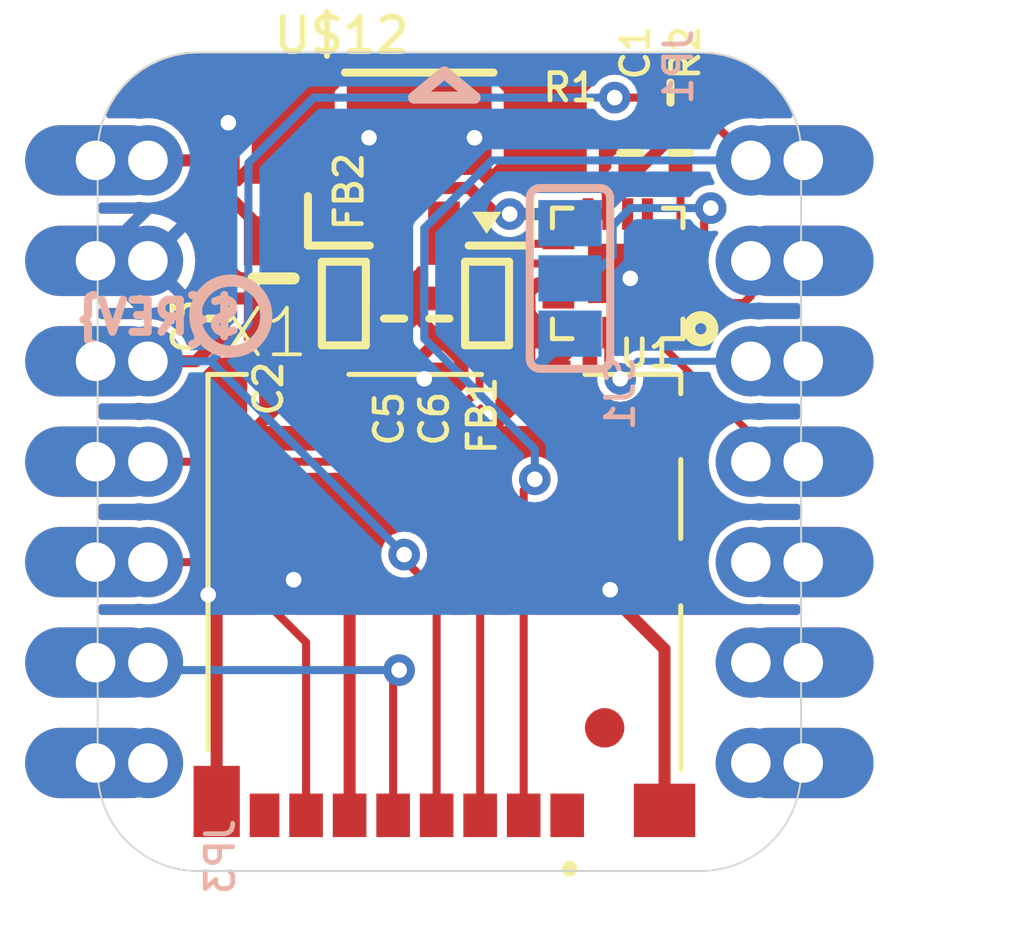
<source format=kicad_pcb>
(kicad_pcb (version 20221018) (generator pcbnew)
  (layers (0 "F.Cu" signal) (1 "In1.Cu" signal) (2 "In2.Cu" signal) (3 "In3.Cu" signal) (4 "In4.Cu" signal) (5 "In5.Cu" signal) (6 "In6.Cu" signal) (7 "In7.Cu" signal) (8 "In8.Cu" signal) (9 "In9.Cu" signal) (10 "In10.Cu" signal) (11 "In11.Cu" signal) (12 "In12.Cu" signal) (13 "In13.Cu" signal) (14 "In14.Cu" signal) (31 "B.Cu" signal) (34 "B.Paste" user) (35 "F.Paste" user) (36 "B.SilkS" user "B.Silkscreen") (37 "F.SilkS" user "F.Silkscreen") (38 "B.Mask" user) (39 "F.Mask" user) (44 "Edge.Cuts" user))
  (net 0 "")
  (net 1 "GND")
  (net 2 "+5V")
  (net 3 "SDA")
  (net 4 "SCL")
  (net 5 "TX")
  (net 6 "MOSI")
  (net 7 "SCK")
  (net 8 "RX")
  (net 9 "MISO")
  (net 10 "3.3V")
  (net 11 "SD_CS")
  (net 12 "SD_MODE")
  (net 13 "N$5")
  (net 14 "N$6")
  (net 15 "VO-")
  (net 16 "VO+")
  (net 17 "BCLK")
  (net 18 "LRCLK")
  (net 19 "DIN")
  (net 20 "GAIN")
  (footprint "working:PLABEL8" (layer "F.Cu") (at 142.5321 99.8601 90)
    (fp_text reference "PLABEL8" hide)
    (fp_text value "" hide)
  )
  (footprint "working:_0402NO" (layer "F.Cu") (at 154.3431 97.1931 90)
    (fp_text reference "R2" (at 1.778 0.127 90) (layer "F.SilkS") (effects (font (size 0.692831 0.692831) (thickness 0.119969)) (justify left)))
    (fp_text value "1M")
    (fp_line (start 0 -0.254) (end 0 0.254) (stroke (width 0.2032)) (layer "F.SilkS"))
    (pad "1" smd rect (at -0.508 0 90) (size 0.6 0.6) (layers "F.Cu" "F.Paste" "F.Mask") (net 12 "SD_MODE"))
    (pad "2" smd rect (at 0.508 0 90) (size 0.6 0.6) (layers "F.Cu" "F.Paste" "F.Mask") (net 2 "+5V"))
  )
  (footprint "working:PLABEL7" (layer "F.Cu") (at 142.5321 97.4471 90)
    (fp_text reference "PLABEL7" hide)
    (fp_text value "" hide)
  )
  (footprint "working:PLABEL10" (layer "F.Cu") (at 155.5496 114.2746)
    (fp_text reference "PLABEL10" hide)
    (fp_text value "" hide)
  )
  (footprint "working:_0402NO" (layer "F.Cu") (at 153.0731 97.1931 90)
    (fp_text reference "C1" (at 1.778 0.127 90) (layer "F.SilkS") (effects (font (size 0.692831 0.692831) (thickness 0.119969)) (justify left)))
    (fp_text value "0.1uF")
    (fp_line (start 0 -0.254) (end 0 0.254) (stroke (width 0.2032)) (layer "F.SilkS"))
    (pad "1" smd rect (at -0.508 0 90) (size 0.6 0.6) (layers "F.Cu" "F.Paste" "F.Mask") (net 2 "+5V"))
    (pad "2" smd rect (at 0.508 0 90) (size 0.6 0.6) (layers "F.Cu" "F.Paste" "F.Mask") (net 1 "GND"))
  )
  (footprint "working:_0402NO" (layer "F.Cu") (at 142.6591 101.3841 90)
    (fp_text reference "C3" (at -0.9525 -0.7939 90) (layer "F.SilkS") (effects (font (size 0.692831 0.692831) (thickness 0.119969)) (justify left)))
    (fp_text value "1uF")
    (fp_line (start 0 -0.254) (end 0 0.254) (stroke (width 0.2032)) (layer "F.SilkS"))
    (pad "1" smd rect (at -0.508 0 90) (size 0.6 0.6) (layers "F.Cu" "F.Paste" "F.Mask") (net 10 "3.3V"))
    (pad "2" smd rect (at 0.508 0 90) (size 0.6 0.6) (layers "F.Cu" "F.Paste" "F.Mask") (net 1 "GND"))
  )
  (footprint "working:QFN16_3MM" (layer "F.Cu") (at 152.7556 100.2411 180)
    (fp_text reference "U1" (at -1.524 -2.032) (layer "F.SilkS") (effects (font (size 0.692831 0.692831) (thickness 0.119969)) (justify right)))
    (fp_text value "MAX98357A")
    (fp_line (start -1.65 -1.65) (end -1.65 -1.155) (stroke (width 0.127)) (layer "F.SilkS"))
    (fp_line (start -1.65 1.155) (end -1.65 1.65) (stroke (width 0.127)) (layer "F.SilkS"))
    (fp_line (start -1.65 1.65) (end -1.155 1.65) (stroke (width 0.127)) (layer "F.SilkS"))
    (fp_line (start -1.155 -1.65) (end -1.65 -1.65) (stroke (width 0.127)) (layer "F.SilkS"))
    (fp_line (start 1.155 -1.65) (end 1.65 -1.65) (stroke (width 0.127)) (layer "F.SilkS"))
    (fp_line (start 1.65 -1.65) (end 1.65 -1.155) (stroke (width 0.127)) (layer "F.SilkS"))
    (fp_line (start 1.65 1.155) (end 1.65 1.65) (stroke (width 0.127)) (layer "F.SilkS"))
    (fp_line (start 1.65 1.65) (end 1.155 1.65) (stroke (width 0.127)) (layer "F.SilkS"))
    (fp_circle (center -2.1 -1.4) (end -1.958582 -1.4) (stroke (width 0.3048)) (fill none) (layer "F.SilkS"))
    (pad "1" smd rect (at -1.5 -0.75 180) (size 0.8 0.28) (layers "F.Cu" "F.Paste") (net 19 "DIN"))
    (pad "2" smd rect (at -1.5 -0.25 180) (size 0.8 0.28) (layers "F.Cu" "F.Paste") (net 20 "GAIN"))
    (pad "3" smd rect (at -1.5 0.25 180) (size 0.8 0.28) (layers "F.Cu" "F.Paste") (net 1 "GND"))
    (pad "4" smd rect (at -1.5 0.75 180) (size 0.8 0.28) (layers "F.Cu" "F.Paste") (net 12 "SD_MODE"))
    (pad "5" smd rect (at -0.75 1.5 270) (size 0.8 0.28) (layers "F.Cu" "F.Paste"))
    (pad "6" smd rect (at -0.25 1.5 270) (size 0.8 0.28) (layers "F.Cu" "F.Paste"))
    (pad "7" smd rect (at 0.25 1.5 270) (size 0.8 0.28) (layers "F.Cu" "F.Paste") (net 2 "+5V"))
    (pad "8" smd rect (at 0.75 1.5 270) (size 0.8 0.28) (layers "F.Cu" "F.Paste") (net 2 "+5V"))
    (pad "9" smd rect (at 1.5 0.75) (size 0.8 0.28) (layers "F.Cu" "F.Paste") (net 14 "N$6"))
    (pad "10" smd rect (at 1.5 0.25) (size 0.8 0.28) (layers "F.Cu" "F.Paste") (net 13 "N$5"))
    (pad "11" smd rect (at 1.5 -0.25) (size 0.8 0.28) (layers "F.Cu" "F.Paste") (net 1 "GND"))
    (pad "12" smd rect (at 1.5 -0.75) (size 0.8 0.28) (layers "F.Cu" "F.Paste"))
    (pad "13" smd rect (at 0.75 -1.5 90) (size 0.8 0.28) (layers "F.Cu" "F.Paste"))
    (pad "14" smd rect (at 0.25 -1.5 90) (size 0.8 0.28) (layers "F.Cu" "F.Paste") (net 18 "LRCLK"))
    (pad "15" smd rect (at -0.25 -1.5 90) (size 0.8 0.28) (layers "F.Cu" "F.Paste") (net 1 "GND"))
    (pad "16" smd rect (at -0.75 -1.5 90) (size 0.8 0.28) (layers "F.Cu" "F.Paste") (net 17 "BCLK"))
    (pad "THERMAL" smd rect (at 0 0 180) (size 1.5 1.5) (layers "F.Cu" "F.Mask") (net 1 "GND"))
  )
  (footprint "working:_0402NO" (layer "F.Cu") (at 147.1041 101.3841 -90)
    (fp_text reference "C5" (at 1.778 0.127 90) (layer "F.SilkS") (effects (font (size 0.692831 0.692831) (thickness 0.119969)) (justify right)))
    (fp_text value "220pF")
    (fp_line (start 0 -0.254) (end 0 0.254) (stroke (width 0.2032)) (layer "F.SilkS"))
    (pad "1" smd rect (at -0.508 0 270) (size 0.6 0.6) (layers "F.Cu" "F.Paste" "F.Mask") (net 15 "VO-"))
    (pad "2" smd rect (at 0.508 0 270) (size 0.6 0.6) (layers "F.Cu" "F.Paste" "F.Mask") (net 1 "GND"))
  )
  (footprint "working:MOLEX_104031-0811" (layer "F.Cu") (at 148.3741 108.4961)
    (fp_text reference "X1" (at -5.7268 -6.749418) (layer "F.SilkS") (effects (font (size 1.178965 1.178965) (thickness 0.093666)) (justify left)))
    (fp_text value "MicroSD")
    (fp_line (start -5.975 -5.7) (end -5.975 3.806) (stroke (width 0.127)) (layer "F.SilkS"))
    (fp_line (start -5.003 -5.7) (end -5.975 -5.7) (stroke (width 0.127)) (layer "F.SilkS"))
    (fp_line (start 0.939 -5.7) (end -2.413 -5.7) (stroke (width 0.127)) (layer "F.SilkS"))
    (fp_line (start 3.556 -5.7) (end 5.975 -5.7) (stroke (width 0.127)) (layer "F.SilkS"))
    (fp_line (start 5.975 -5.7) (end 5.975 -5.211) (stroke (width 0.127)) (layer "F.SilkS"))
    (fp_line (start 5.975 -3.55) (end 5.975 -1.55) (stroke (width 0.127)) (layer "F.SilkS"))
    (fp_line (start 5.975 0.15) (end 5.975 4.3) (stroke (width 0.127)) (layer "F.SilkS"))
    (fp_circle (center 3.168 6.801) (end 3.268 6.801) (stroke (width 0.2)) (fill none) (layer "F.SilkS"))
    (pad "1" smd rect (at 3.105 5.45) (size 0.85 1.1) (layers "F.Cu" "F.Paste" "F.Mask"))
    (pad "2" smd rect (at 2.005 5.45) (size 0.85 1.1) (layers "F.Cu" "F.Paste" "F.Mask") (net 11 "SD_CS"))
    (pad "3" smd rect (at 0.905 5.45) (size 0.85 1.1) (layers "F.Cu" "F.Paste" "F.Mask") (net 6 "MOSI"))
    (pad "4" smd rect (at -0.195 5.45) (size 0.85 1.1) (layers "F.Cu" "F.Paste" "F.Mask") (net 10 "3.3V"))
    (pad "5" smd rect (at -1.295 5.45) (size 0.85 1.1) (layers "F.Cu" "F.Paste" "F.Mask") (net 7 "SCK"))
    (pad "6" smd rect (at -2.395 5.45) (size 0.85 1.1) (layers "F.Cu" "F.Paste" "F.Mask") (net 1 "GND"))
    (pad "7" smd rect (at -3.495 5.45) (size 0.85 1.1) (layers "F.Cu" "F.Paste" "F.Mask") (net 9 "MISO"))
    (pad "8" smd rect (at -4.545 5.45) (size 0.75 1.1) (layers "F.Cu" "F.Paste" "F.Mask"))
    (pad "9" smd rect (at 5.74 -0.7) (size 1.2 1) (layers "F.Cu" "F.Paste" "F.Mask"))
    (pad "10" smd rect (at 5.74 -4.4) (size 1.2 1) (layers "F.Cu" "F.Paste" "F.Mask") (net 1 "GND"))
    (pad "G1" smd rect (at 5.565 5.325) (size 1.55 1.35) (layers "F.Cu" "F.Paste" "F.Mask") (net 1 "GND"))
    (pad "G2" smd rect (at -5.755 5.1) (size 1.17 1.8) (layers "F.Cu" "F.Paste" "F.Mask") (net 1 "GND"))
    (pad "G3" smd rect (at -3.73 -5.375) (size 1.9 1.35) (layers "F.Cu" "F.Paste" "F.Mask") (net 1 "GND"))
    (pad "G4" smd rect (at 2.24 -5.375) (size 1.9 1.35) (layers "F.Cu" "F.Paste" "F.Mask") (net 1 "GND"))
  )
  (footprint "working:_0402NO" (layer "F.Cu") (at 154.0891 95.6691 180)
    (fp_text reference "R1" (at 1.778 0.127) (layer "F.SilkS") (effects (font (size 0.692831 0.692831) (thickness 0.119969)) (justify right)))
    (fp_text value "10K")
    (fp_line (start 0 -0.254) (end 0 0.254) (stroke (width 0.2032)) (layer "F.SilkS"))
    (pad "1" smd rect (at -0.508 0 180) (size 0.6 0.6) (layers "F.Cu" "F.Paste" "F.Mask") (net 11 "SD_CS"))
    (pad "2" smd rect (at 0.508 0 180) (size 0.6 0.6) (layers "F.Cu" "F.Paste" "F.Mask") (net 10 "3.3V"))
  )
  (footprint "working:53398-0271" (layer "F.Cu") (at 147.7391 97.9551)
    (fp_text reference "U$12" (at -3.75 -3.73) (layer "F.SilkS") (effects (font (size 0.866038 0.866038) (thickness 0.149962)) (justify left)))
    (fp_text value "CON_MOLEX_2P")
    (fp_line (start -2.8125 0.3325) (end -2.8125 1.5826) (stroke (width 0.2032)) (layer "F.SilkS"))
    (fp_line (start -2.8125 1.5826) (end -1.25 1.5826) (stroke (width 0.2032)) (layer "F.SilkS"))
    (fp_line (start -1.875 -2.7925) (end 1.875 -2.7925) (stroke (width 0.2032)) (layer "F.SilkS"))
    (fp_line (start 1.25 1.5826) (end 2.8125 1.5826) (stroke (width 0.2032)) (layer "F.SilkS"))
    (fp_line (start 2.8125 1.5826) (end 2.8125 0.3325) (stroke (width 0.2032)) (layer "F.SilkS"))
    (fp_poly (pts (xy 1.705 1.287476) (xy 1.332349 0.7285) (xy 2.077651 0.7285)) (fill solid) (layer "F.SilkS"))
    (pad "1" smd rect (at 0.625 1.27 180) (size 0.8 1.6) (layers "F.Cu" "F.Paste" "F.Mask") (net 16 "VO+"))
    (pad "2" smd rect (at -0.625 1.27 180) (size 0.8 1.6) (layers "F.Cu" "F.Paste" "F.Mask") (net 15 "VO-"))
    (pad "M1" smd rect (at 3.185 -1.48 270) (size 3 2.1) (layers "F.Cu" "F.Paste" "F.Mask") (net 1 "GND"))
    (pad "M2" smd rect (at -3.185 -1.48 270) (size 3 2.1) (layers "F.Cu" "F.Paste" "F.Mask") (net 1 "GND"))
  )
  (footprint "working:FIDUCIAL_1MM" (layer "F.Cu") (at 152.4254 111.7346 180)
    (fp_text reference "U$6" hide)
    (fp_text value "FIDUCIAL_1MM" hide)
    (pad "1" smd roundrect (at 0 0 180) (size 1 1) (layers "F.Cu" "F.Mask") (roundrect_rratio 0.5))
  )
  (footprint "working:_0402" (layer "F.Cu") (at 149.4536 101.0031 -90)
    (fp_text reference "FB1" (at 1.778 0.127 90) (layer "F.SilkS") (effects (font (size 0.692831 0.692831) (thickness 0.119969)) (justify right)))
    (fp_text value "Ferrite")
    (fp_line (start -1.0573 -0.5557) (end 1.0573 -0.5557) (stroke (width 0.2032)) (layer "F.SilkS"))
    (fp_line (start -1.0573 0.5557) (end -1.0573 -0.5557) (stroke (width 0.2032)) (layer "F.SilkS"))
    (fp_line (start 1.0573 -0.5557) (end 1.0573 0.5556) (stroke (width 0.2032)) (layer "F.SilkS"))
    (fp_line (start 1.0573 0.5556) (end -1.0573 0.5557) (stroke (width 0.2032)) (layer "F.SilkS"))
    (pad "1" smd rect (at -0.508 0 270) (size 0.6 0.6) (layers "F.Cu" "F.Paste" "F.Mask") (net 14 "N$6"))
    (pad "2" smd rect (at 0.508 0 270) (size 0.6 0.6) (layers "F.Cu" "F.Paste" "F.Mask") (net 16 "VO+"))
  )
  (footprint "working:_0402" (layer "F.Cu") (at 145.8341 101.0031 90)
    (fp_text reference "FB2" (at 1.778 0.127 90) (layer "F.SilkS") (effects (font (size 0.692831 0.692831) (thickness 0.119969)) (justify left)))
    (fp_text value "Ferrite")
    (fp_line (start -1.0573 -0.5557) (end 1.0573 -0.5557) (stroke (width 0.2032)) (layer "F.SilkS"))
    (fp_line (start -1.0573 0.5557) (end -1.0573 -0.5557) (stroke (width 0.2032)) (layer "F.SilkS"))
    (fp_line (start 1.0573 -0.5557) (end 1.0573 0.5556) (stroke (width 0.2032)) (layer "F.SilkS"))
    (fp_line (start 1.0573 0.5556) (end -1.0573 0.5557) (stroke (width 0.2032)) (layer "F.SilkS"))
    (pad "1" smd rect (at -0.508 0 90) (size 0.6 0.6) (layers "F.Cu" "F.Paste" "F.Mask") (net 13 "N$5"))
    (pad "2" smd rect (at 0.508 0 90) (size 0.6 0.6) (layers "F.Cu" "F.Paste" "F.Mask") (net 15 "VO-"))
  )
  (footprint "working:0805-NO" (layer "F.Cu") (at 144.0561 100.3681 -90)
    (fp_text reference "C2" (at 2.032 0.127 90) (layer "F.SilkS") (effects (font (size 0.692831 0.692831) (thickness 0.119969)) (justify right)))
    (fp_text value "10uF")
    (fp_line (start 0 -0.508) (end 0 0.508) (stroke (width 0.3048)) (layer "F.SilkS"))
    (pad "1" smd rect (at -0.95 0 270) (size 1.24 1.5) (layers "F.Cu" "F.Paste" "F.Mask") (net 2 "+5V"))
    (pad "2" smd rect (at 0.95 0 270) (size 1.24 1.5) (layers "F.Cu" "F.Paste" "F.Mask") (net 1 "GND"))
  )
  (footprint "working:PLABEL9" (layer "F.Cu") (at 141.2621 114.2111)
    (fp_text reference "PLABEL9" hide)
    (fp_text value "" hide)
  )
  (footprint "working:_0402NO" (layer "F.Cu") (at 148.2471 101.3841 -90)
    (fp_text reference "C6" (at 1.778 0.127 90) (layer "F.SilkS") (effects (font (size 0.692831 0.692831) (thickness 0.119969)) (justify right)))
    (fp_text value "220pF")
    (fp_line (start 0 -0.254) (end 0 0.254) (stroke (width 0.2032)) (layer "F.SilkS"))
    (pad "1" smd rect (at -0.508 0 270) (size 0.6 0.6) (layers "F.Cu" "F.Paste" "F.Mask") (net 16 "VO+"))
    (pad "2" smd rect (at 0.508 0 270) (size 0.6 0.6) (layers "F.Cu" "F.Paste" "F.Mask") (net 1 "GND"))
  )
  (footprint "working:PLABEL11" (layer "F.Cu") (at 155.8036 95.8596)
    (fp_text reference "PLABEL11" hide)
    (fp_text value "" hide)
  )
  (footprint "working:FIDUCIAL_1MM" (layer "F.Cu") (at 141.5796 95.6056 180)
    (fp_text reference "U$8" hide)
    (fp_text value "FIDUCIAL_1MM" hide)
    (pad "1" smd roundrect (at 0 0 180) (size 1 1) (layers "F.Cu" "F.Mask") (roundrect_rratio 0.5))
  )
  (footprint "working:PLABEL14" (layer "B.Cu") (at 153.5811 98.7171 180)
    (fp_text reference "PLABEL14" hide)
    (fp_text value "" hide)
  )
  (footprint "working:PLABEL15" (layer "B.Cu") (at 153.5811 101.8921 180)
    (fp_text reference "PLABEL15" hide)
    (fp_text value "" hide)
  )
  (footprint "working:PLABEL17" (layer "B.Cu") (at 149.7711 100.4316 90)
    (fp_text reference "PLABEL17" hide)
    (fp_text value "" hide)
  )
  (footprint "working:PLABEL12" (layer "B.Cu") (at 148.8821 107.6071 180)
    (fp_text reference "PLABEL12" hide)
    (fp_text value "" hide)
  )
  (footprint "working:PCBFEAT-REV-040" (layer "B.Cu") (at 142.9766 101.3206 180)
    (fp_text reference "U$3" hide)
    (fp_text value "" hide)
    (fp_text user "${REV}" (at -0.3556 -0.508) (layer "B.SilkS") (effects (font (size 0.8128 0.8128) (thickness 0.2032)) (justify left bottom mirror)))
    (fp_circle (center 0 0) (end 0.898 0) (stroke (width 0.3048)) (fill none) (layer "B.SilkS"))
  )
  (footprint "working:1X07_CASTEL" (layer "B.Cu") (at 140.8811 105.0036 90)
    (fp_text reference "JP3" (at -8.9662 1.8288 90) (layer "B.SilkS") (effects (font (size 0.692831 0.692831) (thickness 0.119969)) (justify left mirror)))
    (fp_text value "")
    (pad "1" thru_hole circle (at -7.62 0) (size 1.778 1.778) (drill 1) (layers "*.Cu" "*.Mask") (net 8 "RX"))
    (pad "1C" thru_hole oval (at -7.62 -1.323975) (size 3.556 1.778) (drill 1) (layers "*.Cu" "*.Mask") (net 8 "RX"))
    (pad "2" thru_hole circle (at -5.08 0) (size 1.778 1.778) (drill 1) (layers "*.Cu" "*.Mask") (net 7 "SCK"))
    (pad "2C" thru_hole oval (at -5.08 -1.323975) (size 3.556 1.778) (drill 1) (layers "*.Cu" "*.Mask") (net 7 "SCK"))
    (pad "3" thru_hole circle (at -2.54 0) (size 1.778 1.778) (drill 1) (layers "*.Cu" "*.Mask") (net 9 "MISO"))
    (pad "3C" thru_hole oval (at -2.54 -1.323975) (size 3.556 1.778) (drill 1) (layers "*.Cu" "*.Mask") (net 9 "MISO"))
    (pad "4" thru_hole circle (at 0 0) (size 1.778 1.778) (drill 1) (layers "*.Cu" "*.Mask") (net 6 "MOSI"))
    (pad "4C" thru_hole oval (at 0 -1.323975) (size 3.556 1.778) (drill 1) (layers "*.Cu" "*.Mask") (net 6 "MOSI"))
    (pad "5" thru_hole circle (at 2.54 0) (size 1.778 1.778) (drill 1) (layers "*.Cu" "*.Mask") (net 10 "3.3V"))
    (pad "5C" thru_hole oval (at 2.54 -1.323975) (size 3.556 1.778) (drill 1) (layers "*.Cu" "*.Mask") (net 10 "3.3V"))
    (pad "6" thru_hole circle (at 5.08 0) (size 1.778 1.778) (drill 1) (layers "*.Cu" "*.Mask") (net 1 "GND"))
    (pad "6C" thru_hole oval (at 5.08 -1.323975) (size 3.556 1.778) (drill 1) (layers "*.Cu" "*.Mask") (net 1 "GND"))
    (pad "7" thru_hole circle (at 7.62 0) (size 1.778 1.778) (drill 1) (layers "*.Cu" "*.Mask") (net 2 "+5V"))
    (pad "7C" thru_hole oval (at 7.62 -1.323975) (size 3.556 1.778) (drill 1) (layers "*.Cu" "*.Mask") (net 2 "+5V"))
  )
  (footprint "working:PLABEL6" (layer "B.Cu") (at 148.3741 97.1931 180)
    (fp_text reference "PLABEL6" hide)
    (fp_text value "" hide)
  )
  (footprint "working:PLABEL13" (layer "B.Cu") (at 148.5011 113.7666 180)
    (fp_text reference "PLABEL13" hide)
    (fp_text value "" hide)
  )
  (footprint "working:PLABEL16" (layer "B.Cu") (at 153.5811 100.3681 180)
    (fp_text reference "PLABEL16" hide)
    (fp_text value "" hide)
  )
  (footprint "working:1X07_CASTEL" (layer "B.Cu") (at 156.1211 105.0036 -90)
    (fp_text reference "JP1" (at -8.9662 1.8288 -270) (layer "B.SilkS") (effects (font (size 0.692831 0.692831) (thickness 0.119969)) (justify right mirror)))
    (fp_text value "")
    (pad "1" thru_hole circle (at -7.62 0 180) (size 1.778 1.778) (drill 1) (layers "*.Cu" "*.Mask") (net 11 "SD_CS"))
    (pad "1C" thru_hole oval (at -7.62 -1.323975 180) (size 3.556 1.778) (drill 1) (layers "*.Cu" "*.Mask") (net 11 "SD_CS"))
    (pad "2" thru_hole circle (at -5.08 0 180) (size 1.778 1.778) (drill 1) (layers "*.Cu" "*.Mask") (net 19 "DIN"))
    (pad "2C" thru_hole oval (at -5.08 -1.323975 180) (size 3.556 1.778) (drill 1) (layers "*.Cu" "*.Mask") (net 19 "DIN"))
    (pad "3" thru_hole circle (at -2.54 0 180) (size 1.778 1.778) (drill 1) (layers "*.Cu" "*.Mask") (net 18 "LRCLK"))
    (pad "3C" thru_hole oval (at -2.54 -1.323975 180) (size 3.556 1.778) (drill 1) (layers "*.Cu" "*.Mask") (net 18 "LRCLK"))
    (pad "4" thru_hole circle (at 0 0 180) (size 1.778 1.778) (drill 1) (layers "*.Cu" "*.Mask") (net 17 "BCLK"))
    (pad "4C" thru_hole oval (at 0 -1.323975 180) (size 3.556 1.778) (drill 1) (layers "*.Cu" "*.Mask") (net 17 "BCLK"))
    (pad "5" thru_hole circle (at 2.54 0 180) (size 1.778 1.778) (drill 1) (layers "*.Cu" "*.Mask") (net 3 "SDA"))
    (pad "5C" thru_hole oval (at 2.54 -1.323975 180) (size 3.556 1.778) (drill 1) (layers "*.Cu" "*.Mask") (net 3 "SDA"))
    (pad "6" thru_hole circle (at 5.08 0 180) (size 1.778 1.778) (drill 1) (layers "*.Cu" "*.Mask") (net 4 "SCL"))
    (pad "6C" thru_hole oval (at 5.08 -1.323975 180) (size 3.556 1.778) (drill 1) (layers "*.Cu" "*.Mask") (net 4 "SCL"))
    (pad "7" thru_hole circle (at 7.62 0 180) (size 1.778 1.778) (drill 1) (layers "*.Cu" "*.Mask") (net 5 "TX"))
    (pad "7C" thru_hole oval (at 7.62 -1.323975 180) (size 3.556 1.778) (drill 1) (layers "*.Cu" "*.Mask") (net 5 "TX"))
  )
  (footprint "working:SOLDERJUMPER_2WAY_OPEN_NOPASTE" (layer "B.Cu") (at 151.5491 100.3681 90)
    (fp_text reference "SJ1" (at -1.905 1.27 90) (layer "B.SilkS") (effects (font (size 0.692831 0.692831) (thickness 0.119969)) (justify left mirror)))
    (fp_text value "")
    (fp_line (start -2.286 -0.762) (end -2.286 0.762) (stroke (width 0.2032)) (layer "B.SilkS"))
    (fp_line (start -2.032 1.016) (end 2.032 1.016) (stroke (width 0.2032)) (layer "B.SilkS"))
    (fp_line (start 2.032 -1.016) (end -2.032 -1.016) (stroke (width 0.2032)) (layer "B.SilkS"))
    (fp_line (start 2.286 -0.762) (end 2.286 0.762) (stroke (width 0.2032)) (layer "B.SilkS"))
    (fp_arc (start -2.286 -0.762) (mid -2.211605 -0.941605) (end -2.032 -1.016) (stroke (width 0.2032)) (layer "B.SilkS"))
    (fp_arc (start -2.032 1.016) (mid -2.211605 0.941605) (end -2.286 0.762) (stroke (width 0.2032)) (layer "B.SilkS"))
    (fp_arc (start 2.032 -1.016) (mid 2.211605 -0.941605) (end 2.286 -0.762) (stroke (width 0.2032)) (layer "B.SilkS"))
    (fp_arc (start 2.286 0.762) (mid 2.211605 0.941605) (end 2.032 1.016) (stroke (width 0.2032)) (layer "B.SilkS"))
    (pad "1" smd rect (at -1.397 0 90) (size 1.1684 1.6002) (layers "B.Cu") (net 1 "GND"))
    (pad "2" smd rect (at 0 0 90) (size 1.1684 1.6002) (layers "B.Cu") (net 20 "GAIN"))
    (pad "3" smd rect (at 1.397 0 90) (size 1.1684 1.6002) (layers "B.Cu") (net 2 "+5V"))
  )
  (gr_line (start 147.6121 95.7961) (end 148.3741 95.1611) (stroke (width 0.3048)) (layer "B.SilkS"))
  (gr_line (start 149.1361 95.7961) (end 147.6121 95.7961) (stroke (width 0.3048)) (layer "B.SilkS"))
  (gr_line (start 148.3741 95.1611) (end 149.1361 95.7961) (stroke (width 0.3048)) (layer "B.SilkS"))
  (gr_line (start 142.1511 94.6531) (end 154.8511 94.6531) (stroke (width 0.05)) (layer "Edge.Cuts"))
  (gr_arc (start 139.6111 97.1931) (mid 140.355049 95.397049) (end 142.1511 94.6531) (stroke (width 0.05)) (layer "Edge.Cuts"))
  (gr_line (start 139.6111 112.8141) (end 139.6111 97.1931) (stroke (width 0.05)) (layer "Edge.Cuts"))
  (gr_arc (start 157.3911 112.8141) (mid 156.647151 114.610151) (end 154.8511 115.3541) (stroke (width 0.05)) (layer "Edge.Cuts"))
  (gr_line (start 154.8511 115.3541) (end 142.1511 115.3541) (stroke (width 0.05)) (layer "Edge.Cuts"))
  (gr_line (start 157.3911 97.1931) (end 157.3911 112.8141) (stroke (width 0.05)) (layer "Edge.Cuts"))
  (gr_arc (start 154.8511 94.6531) (mid 156.647151 95.397049) (end 157.3911 97.1931) (stroke (width 0.05)) (layer "Edge.Cuts"))
  (gr_arc (start 142.1511 115.3541) (mid 140.355049 114.610151) (end 139.6111 112.8141) (stroke (width 0.05)) (layer "Edge.Cuts"))
  (segment (start 153.3231 100.3641) (end 153.1366 100.1776) (width 0.3048) (layer "F.Cu") (net 1))
  (segment (start 153.0056 101.7411) (end 153.0096 101.7371) (width 0.3048) (layer "F.Cu") (net 1))
  (segment (start 142.5321 107.9754) (end 142.4051 107.9754) (width 0.3048) (layer "F.Cu") (net 1))
  (segment (start 144.1831 102.6601) (end 144.6441 103.1211) (width 0.3048) (layer "F.Cu") (net 1))
  (segment (start 153.1366 100.1776) (end 153.0096 100.0506) (width 0.3048) (layer "F.Cu") (net 1))
  (segment (start 144.0561 101.3181) (end 144.1831 101.4451) (width 0.3048) (layer "F.Cu") (net 1))
  (segment (start 142.84595 108.28925) (end 142.6191 108.5161) (width 0.3048) (layer "F.Cu") (net 1))
  (segment (start 145.9791 108.7681) (end 144.4371 107.2261) (width 0.3048) (layer "F.Cu") (net 1))
  (segment (start 151.2556 100.4911) (end 150.748625 100.4911) (width 0.3048) (layer "F.Cu") (net 1))
  (segment (start 152.5056 100.4911) (end 152.7556 100.2411) (width 0.3048) (layer "F.Cu") (net 1))
  (segment (start 142.84595 108.28925) (end 142.5321 107.9754) (width 0.3048) (layer "F.Cu") (net 1))
  (segment (start 154.2556 99.9911) (end 153.3231 99.9911) (width 0.3048) (layer "F.Cu") (net 1))
  (segment (start 153.0096 100.0506) (end 152.97785 100.01885) (width 0.3048) (layer "F.Cu") (net 1))
  (segment (start 150.5204 100.719325) (end 150.5204 103.0274) (width 0.3048) (layer "F.Cu") (net 1))
  (segment (start 142.6191 113.5961) (end 142.6191 108.5161) (width 0.3048) (layer "F.Cu") (net 1))
  (segment (start 152.97785 100.01885) (end 152.7556 100.2411) (width 0.3048) (layer "F.Cu") (net 1))
  (segment (start 153.0731 96.6851) (end 151.1341 96.6851) (width 0.3048) (layer "F.Cu") (net 1))
  (segment (start 153.9391 113.8211) (end 153.9391 109.7431) (width 0.3048) (layer "F.Cu") (net 1))
  (segment (start 144.1831 101.4451) (end 144.1831 102.6601) (width 0.3048) (layer "F.Cu") (net 1))
  (segment (start 143.6141 100.8761) (end 144.0561 101.3181) (width 0.3048) (layer "F.Cu") (net 1))
  (segment (start 151.1341 96.6851) (end 150.9241 96.4751) (width 0.3048) (layer "F.Cu") (net 1))
  (segment (start 150.6141 103.1211) (end 150.5204 103.0274) (width 0.3048) (layer "F.Cu") (net 1))
  (segment (start 151.2556 100.4911) (end 152.5056 100.4911) (width 0.3048) (layer "F.Cu") (net 1))
  (segment (start 152.5651 108.3691) (end 152.5651 108.2421) (width 0.3048) (layer "F.Cu") (net 1))
  (segment (start 145.9791 113.9461) (end 145.9791 108.7681) (width 0.3048) (layer "F.Cu") (net 1))
  (segment (start 153.0096 100.0506) (end 153.0096 101.7371) (width 0.3048) (layer "F.Cu") (net 1))
  (segment (start 153.9391 109.7431) (end 152.5651 108.3691) (width 0.3048) (layer "F.Cu") (net 1))
  (segment (start 142.6591 100.8761) (end 143.6141 100.8761) (width 0.3048) (layer "F.Cu") (net 1))
  (segment (start 150.748625 100.4911) (end 150.5204 100.719325) (width 0.3048) (layer "F.Cu") (net 1))
  (segment (start 153.3231 99.9911) (end 153.1366 100.1776) (width 0.3048) (layer "F.Cu") (net 1))
  (via (at 146.4691 96.8121) (size 0.8001) (drill 0.3937) (layers "F.Cu" "B.Cu") (net 1))
  (via (at 142.4051 108.3691) (size 0.8001) (drill 0.3937) (layers "F.Cu" "B.Cu") (net 1))
  (via (at 149.1361 96.8121) (size 0.8001) (drill 0.3937) (layers "F.Cu" "B.Cu") (net 1))
  (via (at 147.8661 102.9081) (size 0.8001) (drill 0.3937) (layers "F.Cu" "B.Cu") (net 1))
  (via (at 153.0731 100.3681) (size 0.8001) (drill 0.3937) (layers "F.Cu" "B.Cu") (net 1))
  (via (at 144.5641 107.9881) (size 0.8001) (drill 0.3937) (layers "F.Cu" "B.Cu") (net 1))
  (via (at 142.9131 96.4311) (size 0.8001) (drill 0.3937) (layers "F.Cu" "B.Cu") (net 1))
  (via (at 152.5651 108.2421) (size 0.8001) (drill 0.3937) (layers "F.Cu" "B.Cu") (net 1))
  (segment (start 152.5056 98.7411) (end 152.0056 98.7411) (width 0.3048) (layer "F.Cu") (net 2))
  (segment (start 154.2161 96.6851) (end 154.3431 96.6851) (width 0.3048) (layer "F.Cu") (net 2))
  (segment (start 144.0561 99.4181) (end 145.1331 99.4181) (width 0.3048) (layer "F.Cu") (net 2))
  (segment (start 145.1331 99.4181) (end 146.4691 98.0821) (width 0.3048) (layer "F.Cu") (net 2))
  (segment (start 152.9461 97.7011) (end 153.0731 97.7011) (width 0.3048) (layer "F.Cu") (net 2))
  (segment (start 149.6681 98.7411) (end 150.0251 98.7411) (width 0.3048) (layer "F.Cu") (net 2))
  (segment (start 153.0731 97.7011) (end 153.2001 97.7011) (width 0.3048) (layer "F.Cu") (net 2))
  (segment (start 152.5056 98.7411) (end 152.5056 98.1416) (width 0.3048) (layer "F.Cu") (net 2))
  (segment (start 153.2001 97.7011) (end 154.2161 96.6851) (width 0.3048) (layer "F.Cu") (net 2))
  (segment (start 142.0216 97.3836) (end 144.0561 99.4181) (width 0.3048) (layer "F.Cu") (net 2))
  (segment (start 152.9461 97.7011) (end 152.5056 98.1416) (width 0.3048) (layer "F.Cu") (net 2))
  (segment (start 146.4691 98.0821) (end 149.0091 98.0821) (width 0.3048) (layer "F.Cu") (net 2))
  (segment (start 150.0251 98.7411) (end 152.0056 98.7411) (width 0.3048) (layer "F.Cu") (net 2))
  (segment (start 149.0091 98.0821) (end 149.6681 98.7411) (width 0.3048) (layer "F.Cu") (net 2))
  (segment (start 139.557125 97.3836) (end 140.8811 97.3836) (width 0.3048) (layer "F.Cu") (net 2))
  (segment (start 140.8811 97.3836) (end 142.0216 97.3836) (width 0.3048) (layer "F.Cu") (net 2))
  (via (at 150.0251 98.7411) (size 0.8001) (drill 0.3937) (layers "F.Cu" "B.Cu") (net 2))
  (segment (start 151.5491 98.9711) (end 151.3191 98.7411) (width 0.3048) (layer "B.Cu") (net 2))
  (segment (start 151.3191 98.7411) (end 150.0251 98.7411) (width 0.3048) (layer "B.Cu") (net 2))
  (segment (start 157.445075 107.5436) (end 156.1211 107.5436) (width 0.3048) (layer "F.Cu") (net 3))
  (segment (start 157.445075 110.0836) (end 156.1211 110.0836) (width 0.3048) (layer "F.Cu") (net 4))
  (segment (start 157.445075 112.6236) (end 156.1211 112.6236) (width 0.3048) (layer "F.Cu") (net 5))
  (segment (start 149.2791 107.6231) (end 146.6596 105.0036) (width 0.2032) (layer "F.Cu") (net 6))
  (segment (start 149.2791 107.6231) (end 149.2791 113.9461) (width 0.2032) (layer "F.Cu") (net 6))
  (segment (start 140.8811 105.0036) (end 146.6596 105.0036) (width 0.2032) (layer "F.Cu") (net 6))
  (segment (start 139.557125 105.0036) (end 140.8811 105.0036) (width 0.3048) (layer "F.Cu") (net 6))
  (segment (start 139.557125 110.0836) (end 140.8811 110.0836) (width 0.3048) (layer "F.Cu") (net 7))
  (segment (start 147.2311 110.2741) (end 147.0791 110.4261) (width 0.2032) (layer "F.Cu") (net 7))
  (segment (start 147.0791 113.9461) (end 147.0791 110.4261) (width 0.2032) (layer "F.Cu") (net 7))
  (via (at 147.2311 110.2741) (size 0.8001) (drill 0.3937) (layers "F.Cu" "B.Cu") (net 7))
  (segment (start 147.2311 110.2741) (end 141.0716 110.2741) (width 0.2032) (layer "B.Cu") (net 7))
  (segment (start 141.0716 110.2741) (end 140.8811 110.0836) (width 0.2032) (layer "B.Cu") (net 7))
  (segment (start 141.3891 112.6871) (end 140.9446 112.6871) (width 0.3048) (layer "F.Cu") (net 8))
  (segment (start 141.3256 112.6236) (end 141.3891 112.6871) (width 0.3048) (layer "F.Cu") (net 8))
  (segment (start 140.8811 112.6236) (end 141.3256 112.6236) (width 0.3048) (layer "F.Cu") (net 8))
  (segment (start 140.9446 112.6871) (end 140.8811 112.6236) (width 0.3048) (layer "F.Cu") (net 8))
  (segment (start 139.557125 112.6236) (end 140.8811 112.6236) (width 0.3048) (layer "F.Cu") (net 8))
  (segment (start 139.557125 107.5436) (end 140.8811 107.5436) (width 0.3048) (layer "F.Cu") (net 9))
  (segment (start 144.8791 109.5731) (end 142.8496 107.5436) (width 0.2032) (layer "F.Cu") (net 9))
  (segment (start 144.8791 113.9461) (end 144.8791 109.5731) (width 0.2032) (layer "F.Cu") (net 9))
  (segment (start 142.8496 107.5436) (end 140.8811 107.5436) (width 0.2032) (layer "F.Cu") (net 9))
  (segment (start 142.6591 101.8921) (end 142.0876 102.4636) (width 0.3048) (layer "F.Cu") (net 10))
  (segment (start 153.4541 95.7961) (end 152.67895 95.7961) (width 0.2032) (layer "F.Cu") (net 10))
  (segment (start 147.3581 107.4801) (end 147.3581 107.3531) (width 0.2032) (layer "F.Cu") (net 10))
  (segment (start 153.5811 95.6691) (end 153.4541 95.7961) (width 0.2032) (layer "F.Cu") (net 10))
  (segment (start 142.0876 102.4636) (end 140.8811 102.4636) (width 0.3048) (layer "F.Cu") (net 10))
  (segment (start 148.1791 113.9461) (end 148.1791 108.3011) (width 0.2032) (layer "F.Cu") (net 10))
  (segment (start 139.557125 102.4636) (end 140.8811 102.4636) (width 0.3048) (layer "F.Cu") (net 10))
  (segment (start 148.1791 108.3011) (end 147.3581 107.4801) (width 0.2032) (layer "F.Cu") (net 10))
  (via (at 147.3581 107.3531) (size 0.8001) (drill 0.3937) (layers "F.Cu" "B.Cu") (net 10))
  (via (at 152.67895 95.7961) (size 0.8001) (drill 0.3937) (layers "F.Cu" "B.Cu") (net 10))
  (segment (start 143.4211 101.5111) (end 142.4686 102.4636) (width 0.2032) (layer "B.Cu") (net 10))
  (segment (start 142.4686 102.4636) (end 140.8811 102.4636) (width 0.2032) (layer "B.Cu") (net 10))
  (segment (start 147.3581 107.3531) (end 142.4686 102.4636) (width 0.2032) (layer "B.Cu") (net 10))
  (segment (start 145.0721 95.7961) (end 143.4211 97.4471) (width 0.2032) (layer "B.Cu") (net 10))
  (segment (start 143.4211 97.4471) (end 143.4211 101.5111) (width 0.2032) (layer "B.Cu") (net 10))
  (segment (start 152.67895 95.7961) (end 145.0721 95.7961) (width 0.2032) (layer "B.Cu") (net 10))
  (segment (start 150.6601 105.4481) (end 150.3791 105.7291) (width 0.2032) (layer "F.Cu") (net 11))
  (segment (start 150.3791 105.7291) (end 150.3791 113.9461) (width 0.2032) (layer "F.Cu") (net 11))
  (segment (start 154.5971 95.6691) (end 154.5971 95.8596) (width 0.2032) (layer "F.Cu") (net 11))
  (segment (start 154.5971 95.8596) (end 156.1211 97.3836) (width 0.2032) (layer "F.Cu") (net 11))
  (via (at 150.6601 105.4481) (size 0.8001) (drill 0.3937) (layers "F.Cu" "B.Cu") (net 11))
  (segment (start 157.445075 97.3836) (end 156.1211 97.3836) (width 0.2032) (layer "B.Cu") (net 11))
  (segment (start 147.8661 99.0981) (end 147.8661 101.8921) (width 0.2032) (layer "B.Cu") (net 11))
  (segment (start 149.5806 97.3836) (end 156.1211 97.3836) (width 0.2032) (layer "B.Cu") (net 11))
  (segment (start 150.6601 104.6861) (end 150.6601 105.4481) (width 0.2032) (layer "B.Cu") (net 11))
  (segment (start 147.8661 99.0981) (end 149.5806 97.3836) (width 0.2032) (layer "B.Cu") (net 11))
  (segment (start 150.6601 104.6861) (end 147.8661 101.8921) (width 0.2032) (layer "B.Cu") (net 11))
  (segment (start 154.3431 97.7011) (end 154.3431 99.4036) (width 0.2032) (layer "F.Cu") (net 12))
  (segment (start 154.3431 99.4036) (end 154.2556 99.4911) (width 0.2032) (layer "F.Cu") (net 12))
  (segment (start 150.5291 99.9911) (end 150.0886 100.4316) (width 0.2032) (layer "F.Cu") (net 13))
  (segment (start 148.7551 103.6701) (end 147.3581 103.6701) (width 0.2032) (layer "F.Cu") (net 13))
  (segment (start 147.3581 103.6701) (end 145.8341 102.1461) (width 0.2032) (layer "F.Cu") (net 13))
  (segment (start 150.0886 100.4316) (end 150.0886 102.1461) (width 0.2032) (layer "F.Cu") (net 13))
  (segment (start 151.2556 99.9911) (end 150.5291 99.9911) (width 0.2032) (layer "F.Cu") (net 13))
  (segment (start 149.2631 103.1621) (end 148.7551 103.6701) (width 0.2032) (layer "F.Cu") (net 13))
  (segment (start 145.8341 102.1461) (end 145.8341 101.5111) (width 0.2032) (layer "F.Cu") (net 13))
  (segment (start 150.0886 102.1461) (end 149.2631 102.1461) (width 0.2032) (layer "F.Cu") (net 13))
  (segment (start 149.2631 102.1461) (end 149.2631 103.1621) (width 0.2032) (layer "F.Cu") (net 13))
  (segment (start 150.4576 99.4911) (end 151.2556 99.4911) (width 0.2032) (layer "F.Cu") (net 14))
  (segment (start 149.4536 100.4951) (end 150.4576 99.4911) (width 0.2032) (layer "F.Cu") (net 14))
  (segment (start 147.1141 99.2251) (end 145.8441 100.4951) (width 0.2032) (layer "F.Cu") (net 15))
  (segment (start 145.8341 100.4951) (end 145.8441 100.4951) (width 0.2032) (layer "F.Cu") (net 15))
  (segment (start 146.7231 100.4951) (end 147.1041 100.8761) (width 0.2032) (layer "F.Cu") (net 15))
  (segment (start 146.7231 100.4951) (end 145.8341 100.4951) (width 0.2032) (layer "F.Cu") (net 15))
  (segment (start 148.3641 99.2251) (end 148.2471 99.3421) (width 0.2032) (layer "F.Cu") (net 16))
  (segment (start 148.8186 100.8761) (end 149.4536 101.5111) (width 0.2032) (layer "F.Cu") (net 16))
  (segment (start 148.2471 99.3421) (end 148.2471 100.8761) (width 0.2032) (layer "F.Cu") (net 16))
  (segment (start 148.2471 100.8761) (end 148.8186 100.8761) (width 0.2032) (layer "F.Cu") (net 16))
  (segment (start 153.5056 101.7411) (end 153.5571 101.7411) (width 0.1778) (layer "F.Cu") (net 17))
  (segment (start 153.5571 101.7411) (end 156.1211 104.3051) (width 0.1778) (layer "F.Cu") (net 17))
  (segment (start 157.445075 105.0036) (end 156.1211 105.0036) (width 0.3048) (layer "F.Cu") (net 17))
  (segment (start 156.1211 104.3051) (end 156.1211 105.0036) (width 0.1778) (layer "F.Cu") (net 17))
  (segment (start 152.8191 102.9081) (end 152.5056 102.5946) (width 0.1778) (layer "F.Cu") (net 18))
  (segment (start 152.5056 101.7411) (end 152.5056 102.5946) (width 0.1778) (layer "F.Cu") (net 18))
  (segment (start 157.445075 102.4636) (end 156.1211 102.4636) (width 0.2032) (layer "F.Cu") (net 18))
  (via (at 152.8191 102.9081) (size 0.8001) (drill 0.3937) (layers "F.Cu" "B.Cu") (net 18))
  (segment (start 153.2636 102.4636) (end 156.1211 102.4636) (width 0.1778) (layer "B.Cu") (net 18))
  (segment (start 152.8191 102.9081) (end 153.2636 102.4636) (width 0.1778) (layer "B.Cu") (net 18))
  (segment (start 157.445075 99.9236) (end 156.1211 99.9236) (width 0.2032) (layer "F.Cu") (net 19))
  (segment (start 156.1211 100.8126) (end 155.9426 100.9911) (width 0.2032) (layer "F.Cu") (net 19))
  (segment (start 156.1211 100.8126) (end 156.1211 99.9236) (width 0.2032) (layer "F.Cu") (net 19))
  (segment (start 155.9426 100.9911) (end 154.2556 100.9911) (width 0.2032) (layer "F.Cu") (net 19))
  (segment (start 154.9414 98.7538) (end 155.1051 98.5901) (width 0.2032) (layer "F.Cu") (net 20))
  (segment (start 154.2556 100.4911) (end 154.8271 100.4911) (width 0.2032) (layer "F.Cu") (net 20))
  (segment (start 154.9414 100.3768) (end 154.8271 100.4911) (width 0.2032) (layer "F.Cu") (net 20))
  (segment (start 154.9414 98.7538) (end 154.9414 100.3768) (width 0.2032) (layer "F.Cu") (net 20))
  (via (at 155.1051 98.5901) (size 0.8001) (drill 0.3937) (layers "F.Cu" "B.Cu") (net 20))
  (segment (start 153.0731 98.5901) (end 155.1051 98.5901) (width 0.2032) (layer "B.Cu") (net 20))
  (segment (start 151.5491 100.3681) (end 152.058531 100.3681) (width 0.2032) (layer "B.Cu") (net 20))
  (segment (start 152.6286 99.798032) (end 152.058531 100.3681) (width 0.2032) (layer "B.Cu") (net 20))
  (segment (start 152.6286 99.0346) (end 153.0731 98.5901) (width 0.2032) (layer "B.Cu") (net 20))
  (segment (start 152.6286 99.798032) (end 152.6286 99.0346) (width 0.2032) (layer "B.Cu") (net 20))
  (zone (net 1) (net_name "GND") (layer "F.Cu") (priority 6) (connect_pads (clearance 0.000001)) (min_thickness 0.127) (fill yes (thermal_gap 0.304) (thermal_bridge_width 0.304))
    (polygon (pts (xy 157.5181 108.8771) (xy 139.612239 108.8771) (xy 139.482951 94.5261) (xy 157.5181 94.5261)))
  )
  (zone (net 1) (net_name "GND") (layer "B.Cu") (priority 6) (connect_pads (clearance 0.000001)) (min_thickness 0.127) (fill yes (thermal_gap 0.304) (thermal_bridge_width 0.304))
    (polygon (pts (xy 157.5181 108.8771) (xy 139.4841 108.8771) (xy 139.4841 94.5261) (xy 157.5181 94.5261)))
  )
)
</source>
